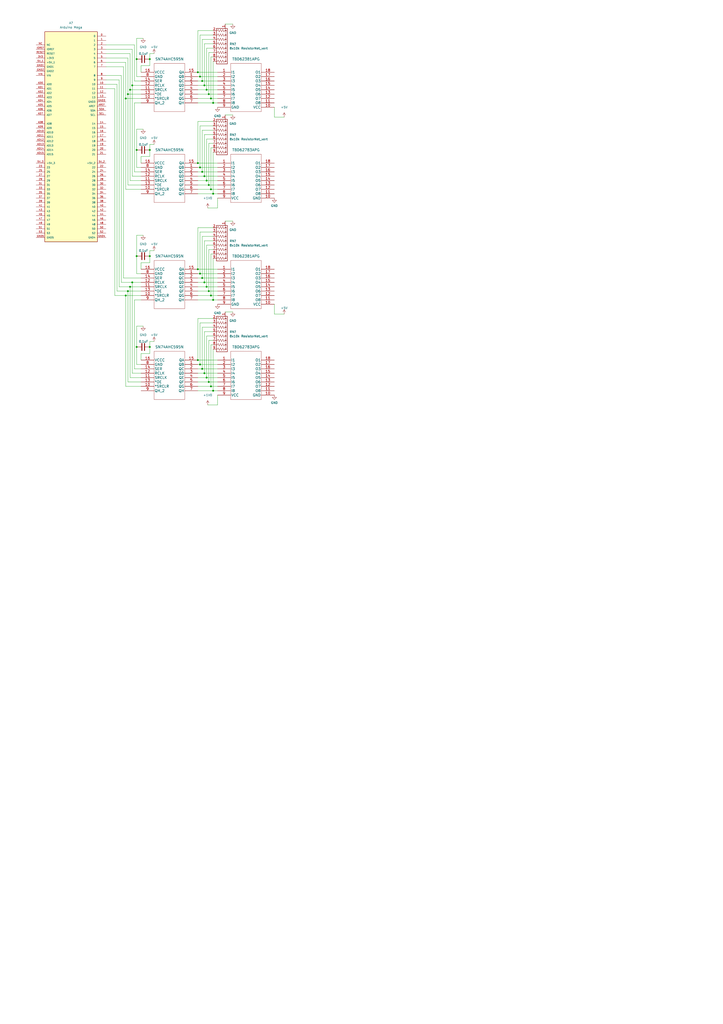
<source format=kicad_sch>
(kicad_sch (version 20211123) (generator eeschema)
  (paper "A2" portrait)
  (lib_symbols
    (symbol "Device:C" (pin_numbers hide) (pin_names (offset 0.254))
      (property "Reference" "C" (at 0.635 2.54 0))
      (property "Value" "C" (at 0.635 -2.54 0))
      (symbol "C_0_1"
        (polyline (pts (xy -2.032 -0.762) (xy 2.032 -0.762)) (stroke (width 0.508)))
        (polyline (pts (xy -2.032 0.762) (xy 2.032 0.762)) (stroke (width 0.508)))
      )
      (symbol "C_1_1"
        (pin passive line (at 0 3.81 270) (length 2.794) (name "~") (number "1"))
        (pin passive line (at 0 -3.81 90) (length 2.794) (name "~") (number "2"))
      )
    )
    (symbol "Luminator:+12V-24V" (power) (pin_names (offset 0))
      (property "Value" "+12V-24V" (at 0 3.556 0))
      (symbol "+12V-24V_0_1"
        (polyline (pts (xy -0.762 1.27) (xy 0 2.54)))
        (polyline (pts (xy 0 0) (xy 0 2.54)))
        (polyline (pts (xy 0 2.54) (xy 0.762 1.27)))
      )
      (symbol "+12V-24V_1_1"
        (pin power_in line (at 0 0 90) (length 0) hide (name "+1V0") (number "1"))
      )
    )
    (symbol "Luminator:8xResistorNet_vert" (pin_names (offset 0) hide)
      (property "Reference" "RN" (at 10.16 0.635 0))
      (property "Value" "8xResistorNet_vert" (at 17.78 -1.905 0))
      (symbol "8xResistorNet_vert_0_1"
        (polyline (pts (xy 6.985 1.27) (xy 7.366 0)))
        (polyline (pts (xy 7.366 0) (xy 7.366 -17.78)))
        (polyline (pts (xy 7.366 -17.78) (xy 6.604 -17.78) (xy 6.2484 -18.542) (xy 5.588 -17.018) (xy 4.9276 -18.542) (xy 4.2418 -17.018) (xy 3.556 -18.542) (xy 2.8956 -17.018) (xy 2.54 -17.78) (xy 1.27 -17.78)))
        (polyline (pts (xy 7.366 -15.24) (xy 6.604 -15.24) (xy 6.2484 -16.002) (xy 5.588 -14.478) (xy 4.9276 -16.002) (xy 4.2418 -14.478) (xy 3.556 -16.002) (xy 2.8956 -14.478) (xy 2.54 -15.24) (xy 1.27 -15.24)))
        (polyline (pts (xy 7.366 -12.7) (xy 6.604 -12.7) (xy 6.2484 -13.462) (xy 5.588 -11.938) (xy 4.9276 -13.462) (xy 4.2418 -11.938) (xy 3.556 -13.462) (xy 2.8956 -11.938) (xy 2.54 -12.7) (xy 1.27 -12.7)))
        (polyline (pts (xy 7.366 -10.16) (xy 6.604 -10.16) (xy 6.2484 -10.922) (xy 5.588 -9.398) (xy 4.9276 -10.922) (xy 4.2418 -9.398) (xy 3.556 -10.922) (xy 2.8956 -9.398) (xy 2.54 -10.16) (xy 1.27 -10.16)))
        (polyline (pts (xy 7.366 -7.62) (xy 6.604 -7.62) (xy 6.2484 -8.382) (xy 5.588 -6.858) (xy 4.9276 -8.382) (xy 4.2418 -6.858) (xy 3.556 -8.382) (xy 2.8956 -6.858) (xy 2.54 -7.62) (xy 1.27 -7.62)))
        (polyline (pts (xy 7.366 -5.08) (xy 6.604 -5.08) (xy 6.2484 -5.842) (xy 5.588 -4.318) (xy 4.9276 -5.842) (xy 4.2418 -4.318) (xy 3.556 -5.842) (xy 2.8956 -4.318) (xy 2.54 -5.08) (xy 1.27 -5.08)))
        (polyline (pts (xy 7.366 -2.54) (xy 6.604 -2.54) (xy 6.2484 -3.302) (xy 5.588 -1.778) (xy 4.9276 -3.302) (xy 4.2418 -1.778) (xy 3.556 -3.302) (xy 2.8956 -1.778) (xy 2.54 -2.54) (xy 1.27 -2.54)))
        (polyline (pts (xy 7.366 0) (xy 6.604 0) (xy 6.2484 -0.762) (xy 5.588 0.762) (xy 4.9276 -0.762) (xy 4.2418 0.762) (xy 3.556 -0.762) (xy 2.8956 0.762) (xy 2.54 0) (xy 1.27 0)))
        (rectangle (start 1.905 1.27) (end 8.255 -19.304) (stroke (width 0.254)))
        (circle (center 7.366 -17.78) (radius 0.254) (fill (type outline)))
        (circle (center 7.366 -15.24) (radius 0.254) (fill (type outline)))
        (circle (center 7.366 -12.7) (radius 0.254) (fill (type outline)))
        (circle (center 7.366 -10.16) (radius 0.254) (fill (type outline)))
        (circle (center 7.366 -7.62) (radius 0.254) (fill (type outline)))
        (circle (center 7.366 -5.08) (radius 0.254) (fill (type outline)))
        (circle (center 7.366 -2.54) (radius 0.254) (fill (type outline)))
        (circle (center 7.366 0) (radius 0.254) (fill (type outline)))
      )
      (symbol "8xResistorNet_vert_1_1"
        (pin passive line (at 6.985 3.81 270) (length 2.54) (name "common") (number "1"))
        (pin passive line (at 0 0 0) (length 1.27) (name "R1") (number "2"))
        (pin passive line (at 0 -2.54 0) (length 1.27) (name "R2") (number "3"))
        (pin passive line (at 0 -5.08 0) (length 1.27) (name "R3") (number "4"))
        (pin passive line (at 0 -7.62 0) (length 1.27) (name "R4") (number "5"))
        (pin passive line (at 0 -10.16 0) (length 1.27) (name "R5") (number "6"))
        (pin passive line (at 0 -12.7 0) (length 1.27) (name "R6") (number "7"))
        (pin passive line (at 0 -15.24 0) (length 1.27) (name "R7") (number "8"))
        (pin passive line (at 0 -17.78 0) (length 1.27) (name "R8") (number "9"))
      )
    )
    (symbol "Luminator:Arduino Mega" (pin_names (offset 1.016))
      (property "Reference" "A" (at -15.24 61.595 0))
      (property "Value" "Arduino Mega" (at -15.24 -63.5 0))
      (symbol "Arduino Mega_0_0"
        (rectangle (start 15.24 -60.96) (end -15.24 60.96) (stroke (width 0.254)) (fill (type background)))
        (pin passive line (at 20.32 58.42 180) (length 5.08) (name "0") (number "0"))
        (pin passive line (at 20.32 55.88 180) (length 5.08) (name "1") (number "1"))
        (pin passive line (at 20.32 30.48 180) (length 5.08) (name "10") (number "10"))
        (pin passive line (at 20.32 27.94 180) (length 5.08) (name "11") (number "11"))
        (pin passive line (at 20.32 25.4 180) (length 5.08) (name "12") (number "12"))
        (pin passive line (at 20.32 22.86 180) (length 5.08) (name "13") (number "13"))
        (pin passive line (at 20.32 7.62 180) (length 5.08) (name "14") (number "14"))
        (pin passive line (at 20.32 5.08 180) (length 5.08) (name "15") (number "15"))
        (pin passive line (at 20.32 2.54 180) (length 5.08) (name "16") (number "16"))
        (pin passive line (at 20.32 0 180) (length 5.08) (name "17") (number "17"))
        (pin passive line (at 20.32 -2.54 180) (length 5.08) (name "18") (number "18"))
        (pin passive line (at 20.32 -5.08 180) (length 5.08) (name "19") (number "19"))
        (pin passive line (at 20.32 53.34 180) (length 5.08) (name "2") (number "2"))
        (pin passive line (at 20.32 -7.62 180) (length 5.08) (name "20") (number "20"))
        (pin passive line (at 20.32 -10.16 180) (length 5.08) (name "21") (number "21"))
        (pin passive line (at 20.32 -17.78 180) (length 5.08) (name "22") (number "22"))
        (pin passive line (at -20.32 -17.78 0) (length 5.08) (name "23") (number "23"))
        (pin passive line (at 20.32 -20.32 180) (length 5.08) (name "24") (number "24"))
        (pin passive line (at -20.32 -20.32 0) (length 5.08) (name "25") (number "25"))
        (pin passive line (at 20.32 -22.86 180) (length 5.08) (name "26") (number "26"))
        (pin passive line (at -20.32 -22.86 0) (length 5.08) (name "27") (number "27"))
        (pin passive line (at 20.32 -25.4 180) (length 5.08) (name "28") (number "28"))
        (pin passive line (at -20.32 -25.4 0) (length 5.08) (name "29") (number "29"))
        (pin passive line (at 20.32 50.8 180) (length 5.08) (name "3") (number "3"))
        (pin passive line (at 20.32 -27.94 180) (length 5.08) (name "30") (number "30"))
        (pin passive line (at -20.32 -27.94 0) (length 5.08) (name "31") (number "31"))
        (pin passive line (at 20.32 -30.48 180) (length 5.08) (name "32") (number "32"))
        (pin passive line (at -20.32 -30.48 0) (length 5.08) (name "33") (number "33"))
        (pin passive line (at 20.32 -33.02 180) (length 5.08) (name "34") (number "34"))
        (pin passive line (at -20.32 -33.02 0) (length 5.08) (name "35") (number "35"))
        (pin passive line (at 20.32 -35.56 180) (length 5.08) (name "36") (number "36"))
        (pin passive line (at -20.32 -35.56 0) (length 5.08) (name "37") (number "37"))
        (pin passive line (at 20.32 -38.1 180) (length 5.08) (name "38") (number "38"))
        (pin passive line (at -20.32 -38.1 0) (length 5.08) (name "39") (number "39"))
        (pin passive line (at -20.32 45.72 0) (length 5.08) (name "+3V3") (number "3V3"))
        (pin passive line (at 20.32 48.26 180) (length 5.08) (name "4") (number "4"))
        (pin passive line (at 20.32 -40.64 180) (length 5.08) (name "40") (number "40"))
        (pin passive line (at -20.32 -40.64 0) (length 5.08) (name "41") (number "41"))
        (pin passive line (at 20.32 -43.18 180) (length 5.08) (name "42") (number "42"))
        (pin passive line (at -20.32 -43.18 0) (length 5.08) (name "43") (number "43"))
        (pin passive line (at 20.32 -45.72 180) (length 5.08) (name "44") (number "44"))
        (pin passive line (at -20.32 -45.72 0) (length 5.08) (name "45") (number "45"))
        (pin passive line (at 20.32 -48.26 180) (length 5.08) (name "46") (number "46"))
        (pin passive line (at -20.32 -48.26 0) (length 5.08) (name "47") (number "47"))
        (pin passive line (at 20.32 -50.8 180) (length 5.08) (name "48") (number "48"))
        (pin passive line (at -20.32 -50.8 0) (length 5.08) (name "49") (number "49"))
        (pin passive line (at 20.32 45.72 180) (length 5.08) (name "5") (number "5"))
        (pin passive line (at 20.32 -53.34 180) (length 5.08) (name "50") (number "50"))
        (pin passive line (at -20.32 -53.34 0) (length 5.08) (name "51") (number "51"))
        (pin passive line (at 20.32 -55.88 180) (length 5.08) (name "52") (number "52"))
        (pin passive line (at -20.32 -55.88 0) (length 5.08) (name "53") (number "53"))
        (pin passive line (at -20.32 43.18 0) (length 5.08) (name "+5V_1") (number "5V_1"))
        (pin passive line (at 20.32 -15.24 180) (length 5.08) (name "+5V_2") (number "5V_2"))
        (pin passive line (at -20.32 -15.24 0) (length 5.08) (name "+5V_3") (number "5V_3"))
        (pin passive line (at 20.32 43.18 180) (length 5.08) (name "6") (number "6"))
        (pin passive line (at 20.32 40.64 180) (length 5.08) (name "7") (number "7"))
        (pin passive line (at 20.32 35.56 180) (length 5.08) (name "8") (number "8"))
        (pin passive line (at 20.32 33.02 180) (length 5.08) (name "9") (number "9"))
        (pin passive line (at -20.32 30.48 0) (length 5.08) (name "AD0") (number "AD0"))
        (pin passive line (at -20.32 27.94 0) (length 5.08) (name "AD1") (number "AD1"))
        (pin passive line (at -20.32 2.54 0) (length 5.08) (name "AD10") (number "AD10"))
        (pin passive line (at -20.32 0 0) (length 5.08) (name "AD11") (number "AD11"))
        (pin passive line (at -20.32 -2.54 0) (length 5.08) (name "AD12") (number "AD12"))
        (pin passive line (at -20.32 -5.08 0) (length 5.08) (name "AD13") (number "AD13"))
        (pin passive line (at -20.32 -7.62 0) (length 5.08) (name "AD14") (number "AD14"))
        (pin passive line (at -20.32 -10.16 0) (length 5.08) (name "AD15") (number "AD15"))
        (pin passive line (at -20.32 25.4 0) (length 5.08) (name "AD2") (number "AD2"))
        (pin passive line (at -20.32 22.86 0) (length 5.08) (name "AD3") (number "AD3"))
        (pin passive line (at -20.32 20.32 0) (length 5.08) (name "AD4") (number "AD4"))
        (pin passive line (at -20.32 17.78 0) (length 5.08) (name "AD5") (number "AD5"))
        (pin passive line (at -20.32 15.24 0) (length 5.08) (name "AD6") (number "AD6"))
        (pin passive line (at -20.32 12.7 0) (length 5.08) (name "AD7") (number "AD7"))
        (pin passive line (at -20.32 7.62 0) (length 5.08) (name "AD8") (number "AD8"))
        (pin passive line (at -20.32 5.08 0) (length 5.08) (name "AD9") (number "AD9"))
        (pin passive line (at 20.32 17.78 180) (length 5.08) (name "AREF") (number "AREF"))
        (pin passive line (at -20.32 40.64 0) (length 5.08) (name "GND1") (number "GND1"))
        (pin passive line (at -20.32 38.1 0) (length 5.08) (name "GND2") (number "GND2"))
        (pin passive line (at 20.32 20.32 180) (length 5.08) (name "GND3") (number "GND3"))
        (pin passive line (at 20.32 -58.42 180) (length 5.08) (name "GND4") (number "GND4"))
        (pin passive line (at -20.32 -58.42 0) (length 5.08) (name "GND5") (number "GND5"))
        (pin passive line (at -20.32 50.8 0) (length 5.08) (name "IOREF") (number "IOREF"))
        (pin passive line (at -20.32 53.34 0) (length 5.08) (name "NC") (number "NC"))
        (pin passive line (at -20.32 48.26 0) (length 5.08) (name "RESET") (number "RESET"))
        (pin passive line (at 20.32 12.7 180) (length 5.08) (name "SCL") (number "SCL"))
        (pin passive line (at 20.32 15.24 180) (length 5.08) (name "SDA") (number "SDA"))
        (pin passive line (at -20.32 35.56 0) (length 5.08) (name "VIN") (number "VIN"))
      )
    )
    (symbol "Luminator:SN74AHC595N" (pin_names (offset 0.254))
      (property "Value" "SN74AHC595N" (at 31.75 2.54 0))
      (symbol "SN74AHC595N_1_1"
        (polyline (pts (xy 22.86 -22.86) (xy 22.86 5.08)) (stroke (width 0.127)))
        (polyline (pts (xy 22.86 5.08) (xy 40.64 5.08)) (stroke (width 0.127)))
        (polyline (pts (xy 40.64 -22.86) (xy 22.86 -22.86)) (stroke (width 0.127)))
        (polyline (pts (xy 40.64 5.08) (xy 40.64 -22.86)) (stroke (width 0.127)))
        (pin output line (at 48.26 -2.54 180) (length 7.62) (name "QB") (number "1"))
        (pin input line (at 15.24 -15.24 0) (length 7.62) (name "*SRCLR") (number "10"))
        (pin input line (at 15.24 -10.16 0) (length 7.62) (name "SRCLK") (number "11"))
        (pin input line (at 15.24 -7.62 0) (length 7.62) (name "RCLK") (number "12"))
        (pin input line (at 15.24 -12.7 0) (length 7.62) (name "*OE") (number "13"))
        (pin input line (at 15.24 -5.08 0) (length 7.62) (name "SER") (number "14"))
        (pin output line (at 48.26 0 180) (length 7.62) (name "QA") (number "15"))
        (pin power_in line (at 15.24 0 0) (length 7.62) (name "VCCC") (number "16"))
        (pin output line (at 48.26 -5.08 180) (length 7.62) (name "QC") (number "2"))
        (pin output line (at 48.26 -7.62 180) (length 7.62) (name "QD") (number "3"))
        (pin output line (at 48.26 -10.16 180) (length 7.62) (name "QE") (number "4"))
        (pin output line (at 48.26 -12.7 180) (length 7.62) (name "QF") (number "5"))
        (pin output line (at 48.26 -15.24 180) (length 7.62) (name "QG") (number "6"))
        (pin output line (at 48.26 -17.78 180) (length 7.62) (name "QH") (number "7"))
        (pin power_in line (at 15.24 -2.54 0) (length 7.62) (name "GND") (number "8"))
        (pin output line (at 15.24 -17.78 0) (length 7.62) (name "QH_2") (number "9"))
      )
    )
    (symbol "Luminator:TBD62381APG" (pin_names (offset 0.254))
      (property "Value" "TBD62381APG" (at 16.51 2.54 0))
      (symbol "TBD62381APG_1_1"
        (polyline (pts (xy 7.62 -22.86) (xy 25.4 -22.86)) (stroke (width 0.127)))
        (polyline (pts (xy 7.62 5.08) (xy 7.62 -22.86)) (stroke (width 0.127)))
        (polyline (pts (xy 25.4 -22.86) (xy 25.4 5.08)) (stroke (width 0.127)))
        (polyline (pts (xy 25.4 5.08) (xy 7.62 5.08)) (stroke (width 0.127)))
        (pin input line (at 0 0 0) (length 7.62) (name "I1") (number "1"))
        (pin power_in line (at 33.02 -20.32 180) (length 7.62) (name "VCC") (number "10"))
        (pin output line (at 33.02 -17.78 180) (length 7.62) (name "O8") (number "11"))
        (pin output line (at 33.02 -15.24 180) (length 7.62) (name "O7") (number "12"))
        (pin output line (at 33.02 -12.7 180) (length 7.62) (name "O6") (number "13"))
        (pin output line (at 33.02 -10.16 180) (length 7.62) (name "O5") (number "14"))
        (pin output line (at 33.02 -7.62 180) (length 7.62) (name "O4") (number "15"))
        (pin output line (at 33.02 -5.08 180) (length 7.62) (name "O3") (number "16"))
        (pin output line (at 33.02 -2.54 180) (length 7.62) (name "O2") (number "17"))
        (pin output line (at 33.02 0 180) (length 7.62) (name "O1") (number "18"))
        (pin input line (at 0 -2.54 0) (length 7.62) (name "I2") (number "2"))
        (pin input line (at 0 -5.08 0) (length 7.62) (name "I3") (number "3"))
        (pin input line (at 0 -7.62 0) (length 7.62) (name "I4") (number "4"))
        (pin input line (at 0 -10.16 0) (length 7.62) (name "I5") (number "5"))
        (pin input line (at 0 -12.7 0) (length 7.62) (name "I6") (number "6"))
        (pin input line (at 0 -15.24 0) (length 7.62) (name "I7") (number "7"))
        (pin input line (at 0 -17.78 0) (length 7.62) (name "I8") (number "8"))
        (pin power_in line (at 0 -20.32 0) (length 7.62) (name "GND") (number "9"))
      )
    )
    (symbol "Luminator:TBD62783APG" (pin_names (offset 0.254))
      (property "Value" "TBD62783APG" (at 16.51 2.54 0))
      (symbol "TBD62783APG_1_1"
        (polyline (pts (xy 7.62 -22.86) (xy 25.4 -22.86)) (stroke (width 0.127)))
        (polyline (pts (xy 7.62 5.08) (xy 7.62 -22.86)) (stroke (width 0.127)))
        (polyline (pts (xy 25.4 -22.86) (xy 25.4 5.08)) (stroke (width 0.127)))
        (polyline (pts (xy 25.4 5.08) (xy 7.62 5.08)) (stroke (width 0.127)))
        (pin input line (at 0 0 0) (length 7.62) (name "I1") (number "1"))
        (pin power_in line (at 33.02 -20.32 180) (length 7.62) (name "GND") (number "10"))
        (pin output line (at 33.02 -17.78 180) (length 7.62) (name "O8") (number "11"))
        (pin output line (at 33.02 -15.24 180) (length 7.62) (name "O7") (number "12"))
        (pin output line (at 33.02 -12.7 180) (length 7.62) (name "O6") (number "13"))
        (pin output line (at 33.02 -10.16 180) (length 7.62) (name "O5") (number "14"))
        (pin output line (at 33.02 -7.62 180) (length 7.62) (name "O4") (number "15"))
        (pin output line (at 33.02 -5.08 180) (length 7.62) (name "O3") (number "16"))
        (pin output line (at 33.02 -2.54 180) (length 7.62) (name "O2") (number "17"))
        (pin output line (at 33.02 0 180) (length 7.62) (name "O1") (number "18"))
        (pin input line (at 0 -2.54 0) (length 7.62) (name "I2") (number "2"))
        (pin input line (at 0 -5.08 0) (length 7.62) (name "I3") (number "3"))
        (pin input line (at 0 -7.62 0) (length 7.62) (name "I4") (number "4"))
        (pin input line (at 0 -10.16 0) (length 7.62) (name "I5") (number "5"))
        (pin input line (at 0 -12.7 0) (length 7.62) (name "I6") (number "6"))
        (pin input line (at 0 -15.24 0) (length 7.62) (name "I7") (number "7"))
        (pin input line (at 0 -17.78 0) (length 7.62) (name "I8") (number "8"))
        (pin power_in line (at 0 -20.32 0) (length 7.62) (name "VCC") (number "9"))
      )
    )
    (symbol "power:+5V" (power) (pin_names (offset 0))
      (property "Value" "+5V" (at 0 3.556 0))
      (symbol "+5V_0_1"
        (polyline (pts (xy -0.762 1.27) (xy 0 2.54)))
        (polyline (pts (xy 0 0) (xy 0 2.54)))
        (polyline (pts (xy 0 2.54) (xy 0.762 1.27)))
      )
      (symbol "+5V_1_1"
        (pin power_in line (at 0 0 90) (length 0) hide (name "+5V") (number "1"))
      )
    )
    (symbol "power:GND" (power) (pin_names (offset 0))
      (property "Value" "GND" (at 0 -3.81 0))
      (symbol "GND_0_1"
        (polyline (pts (xy 0 0) (xy 0 -1.27) (xy 1.27 -1.27) (xy 0 -2.54) (xy -1.27 -1.27) (xy 0 -1.27)))
      )
      (symbol "GND_1_1"
        (pin power_in line (at 0 0 270) (length 0) hide (name "GND") (number "1"))
      )
    )
  )
  (junction (at 114.935 94.615))
  (junction (at 122.555 224.155))
  (junction (at 76.835 49.53))
  (junction (at 122.555 109.855))
  (junction (at 123.825 112.395))
  (junction (at 120.015 166.37))
  (junction (at 79.375 86.995))
  (junction (at 116.205 211.455))
  (junction (at 117.475 213.995))
  (junction (at 120.015 104.775))
  (junction (at 114.935 41.91))
  (junction (at 118.745 216.535))
  (junction (at 118.745 102.235))
  (junction (at 76.835 163.83))
  (junction (at 79.375 34.29))
  (junction (at 75.565 52.07))
  (junction (at 114.935 156.21))
  (junction (at 74.295 54.61))
  (junction (at 114.935 208.915))
  (junction (at 86.995 148.59))
  (junction (at 79.375 148.59))
  (junction (at 86.995 201.295))
  (junction (at 118.745 49.53))
  (junction (at 73.025 57.15))
  (junction (at 73.025 171.45))
  (junction (at 121.285 168.91))
  (junction (at 116.205 44.45))
  (junction (at 122.555 57.15))
  (junction (at 120.015 219.075))
  (junction (at 75.565 166.37))
  (junction (at 116.205 158.75))
  (junction (at 79.375 201.295))
  (junction (at 122.555 171.45))
  (junction (at 117.475 99.695))
  (junction (at 86.995 86.995))
  (junction (at 123.825 59.69))
  (junction (at 123.825 173.99))
  (junction (at 123.825 226.695))
  (junction (at 117.475 46.99))
  (junction (at 120.015 52.07))
  (junction (at 116.205 97.155))
  (junction (at 86.995 34.29))
  (junction (at 121.285 54.61))
  (junction (at 118.745 163.83))
  (junction (at 121.285 221.615))
  (junction (at 121.285 107.315))
  (junction (at 117.475 161.29))
  (junction (at 74.295 168.91))
  (wire (pts (xy 118.745 163.83) (xy 126.365 163.83)))
  (wire (pts (xy 114.935 94.615) (xy 114.935 70.485)))
  (wire (pts (xy 86.995 86.995) (xy 86.995 83.82)))
  (wire (pts (xy 126.365 234.95) (xy 126.365 229.235)))
  (wire (pts (xy 114.935 41.91) (xy 114.935 17.78)))
  (wire (pts (xy 86.995 83.82) (xy 89.535 83.82)))
  (wire (pts (xy 74.295 107.315) (xy 81.915 107.315)))
  (wire (pts (xy 118.745 216.535) (xy 118.745 192.405)))
  (wire (pts (xy 114.935 166.37) (xy 120.015 166.37)))
  (wire (pts (xy 81.915 211.455) (xy 79.375 211.455)))
  (wire (pts (xy 120.015 104.775) (xy 120.015 80.645)))
  (wire (pts (xy 83.185 189.23) (xy 79.375 189.23)))
  (wire (pts (xy 120.015 142.24) (xy 123.825 142.24)))
  (wire (pts (xy 117.475 99.695) (xy 126.365 99.695)))
  (wire (pts (xy 81.915 38.1) (xy 86.995 38.1)))
  (wire (pts (xy 117.475 161.29) (xy 126.365 161.29)))
  (wire (pts (xy 79.375 136.525) (xy 79.375 148.59)))
  (wire (pts (xy 61.595 43.815) (xy 70.485 43.815)))
  (wire (pts (xy 114.935 158.75) (xy 116.205 158.75)))
  (wire (pts (xy 61.595 36.195) (xy 73.025 36.195)))
  (wire (pts (xy 114.935 104.775) (xy 120.015 104.775)))
  (wire (pts (xy 120.015 27.94) (xy 123.825 27.94)))
  (wire (pts (xy 114.935 41.91) (xy 126.365 41.91)))
  (wire (pts (xy 114.935 94.615) (xy 126.365 94.615)))
  (wire (pts (xy 120.65 234.95) (xy 126.365 234.95)))
  (wire (pts (xy 123.825 88.265) (xy 123.825 112.395)))
  (wire (pts (xy 74.295 168.91) (xy 74.295 221.615)))
  (wire (pts (xy 114.935 57.15) (xy 122.555 57.15)))
  (wire (pts (xy 122.555 147.32) (xy 122.555 171.45)))
  (wire (pts (xy 69.215 46.355) (xy 69.215 166.37)))
  (wire (pts (xy 61.595 26.035) (xy 78.105 26.035)))
  (wire (pts (xy 121.285 54.61) (xy 121.285 30.48)))
  (wire (pts (xy 81.915 205.105) (xy 86.995 205.105)))
  (wire (pts (xy 71.755 38.735) (xy 71.755 161.29)))
  (wire (pts (xy 83.185 74.93) (xy 79.375 74.93)))
  (wire (pts (xy 61.595 31.115) (xy 75.565 31.115)))
  (wire (pts (xy 120.015 166.37) (xy 126.365 166.37)))
  (wire (pts (xy 118.745 25.4) (xy 123.825 25.4)))
  (wire (pts (xy 116.205 73.025) (xy 123.825 73.025)))
  (wire (pts (xy 117.475 46.99) (xy 117.475 22.86)))
  (wire (pts (xy 114.935 211.455) (xy 116.205 211.455)))
  (wire (pts (xy 114.935 224.155) (xy 122.555 224.155)))
  (wire (pts (xy 118.745 49.53) (xy 126.365 49.53)))
  (wire (pts (xy 123.825 173.99) (xy 126.365 173.99)))
  (wire (pts (xy 66.675 51.435) (xy 66.675 171.45)))
  (wire (pts (xy 116.205 211.455) (xy 116.205 187.325)))
  (wire (pts (xy 118.745 102.235) (xy 126.365 102.235)))
  (wire (pts (xy 123.825 59.69) (xy 126.365 59.69)))
  (wire (pts (xy 117.475 46.99) (xy 126.365 46.99)))
  (wire (pts (xy 114.935 208.915) (xy 126.365 208.915)))
  (wire (pts (xy 76.835 49.53) (xy 76.835 102.235)))
  (wire (pts (xy 81.915 208.915) (xy 81.915 205.105)))
  (wire (pts (xy 76.835 102.235) (xy 81.915 102.235)))
  (wire (pts (xy 116.205 134.62) (xy 123.825 134.62)))
  (wire (pts (xy 121.285 168.91) (xy 121.285 144.78)))
  (wire (pts (xy 75.565 166.37) (xy 75.565 219.075)))
  (wire (pts (xy 70.485 163.83) (xy 76.835 163.83)))
  (wire (pts (xy 130.81 180.975) (xy 135.255 180.975)))
  (wire (pts (xy 114.935 59.69) (xy 123.825 59.69)))
  (wire (pts (xy 114.935 221.615) (xy 121.285 221.615)))
  (wire (pts (xy 122.555 57.15) (xy 126.365 57.15)))
  (wire (pts (xy 123.825 112.395) (xy 126.365 112.395)))
  (wire (pts (xy 83.185 22.225) (xy 79.375 22.225)))
  (wire (pts (xy 121.285 107.315) (xy 121.285 83.185)))
  (wire (pts (xy 75.565 52.07) (xy 75.565 104.775)))
  (wire (pts (xy 70.485 43.815) (xy 70.485 163.83)))
  (wire (pts (xy 121.285 107.315) (xy 126.365 107.315)))
  (wire (pts (xy 114.935 216.535) (xy 118.745 216.535)))
  (wire (pts (xy 114.935 156.21) (xy 114.935 132.08)))
  (wire (pts (xy 73.025 171.45) (xy 73.025 224.155)))
  (wire (pts (xy 117.475 213.995) (xy 126.365 213.995)))
  (wire (pts (xy 114.935 97.155) (xy 116.205 97.155)))
  (wire (pts (xy 118.745 216.535) (xy 126.365 216.535)))
  (wire (pts (xy 117.475 22.86) (xy 123.825 22.86)))
  (wire (pts (xy 79.375 86.995) (xy 79.375 97.155)))
  (wire (pts (xy 86.995 148.59) (xy 86.995 145.415)))
  (wire (pts (xy 130.81 66.675) (xy 135.255 66.675)))
  (wire (pts (xy 114.935 156.21) (xy 126.365 156.21)))
  (wire (pts (xy 116.205 44.45) (xy 116.205 20.32)))
  (wire (pts (xy 67.945 48.895) (xy 67.945 168.91)))
  (wire (pts (xy 61.595 38.735) (xy 71.755 38.735)))
  (wire (pts (xy 120.015 166.37) (xy 120.015 142.24)))
  (wire (pts (xy 123.825 33.02) (xy 122.555 33.02)))
  (wire (pts (xy 118.745 163.83) (xy 118.745 139.7)))
  (wire (pts (xy 78.105 213.995) (xy 81.915 213.995)))
  (wire (pts (xy 79.375 74.93) (xy 79.375 86.995)))
  (wire (pts (xy 118.745 102.235) (xy 118.745 78.105)))
  (wire (pts (xy 116.205 187.325) (xy 123.825 187.325)))
  (wire (pts (xy 121.285 197.485) (xy 123.825 197.485)))
  (wire (pts (xy 74.295 54.61) (xy 81.915 54.61)))
  (wire (pts (xy 86.995 152.4) (xy 86.995 148.59)))
  (wire (pts (xy 79.375 189.23) (xy 79.375 201.295)))
  (wire (pts (xy 79.375 34.29) (xy 79.375 44.45)))
  (wire (pts (xy 114.935 163.83) (xy 118.745 163.83)))
  (wire (pts (xy 117.475 161.29) (xy 117.475 137.16)))
  (wire (pts (xy 114.935 17.78) (xy 123.825 17.78)))
  (wire (pts (xy 120.015 80.645) (xy 123.825 80.645)))
  (wire (pts (xy 74.295 33.655) (xy 74.295 54.61)))
  (wire (pts (xy 121.285 221.615) (xy 126.365 221.615)))
  (wire (pts (xy 78.105 173.99) (xy 78.105 213.995)))
  (wire (pts (xy 71.755 161.29) (xy 81.915 161.29)))
  (wire (pts (xy 159.385 62.23) (xy 159.385 67.945)))
  (wire (pts (xy 116.205 97.155) (xy 116.205 73.025)))
  (wire (pts (xy 121.285 54.61) (xy 126.365 54.61)))
  (wire (pts (xy 114.935 107.315) (xy 121.285 107.315)))
  (wire (pts (xy 117.475 213.995) (xy 117.475 189.865)))
  (wire (pts (xy 114.935 109.855) (xy 122.555 109.855)))
  (wire (pts (xy 114.935 52.07) (xy 120.015 52.07)))
  (wire (pts (xy 114.935 112.395) (xy 123.825 112.395)))
  (wire (pts (xy 79.375 148.59) (xy 79.375 158.75)))
  (wire (pts (xy 114.935 132.08) (xy 123.825 132.08)))
  (wire (pts (xy 86.995 38.1) (xy 86.995 34.29)))
  (wire (pts (xy 123.825 202.565) (xy 123.825 226.695)))
  (wire (pts (xy 114.935 213.995) (xy 117.475 213.995)))
  (wire (pts (xy 116.205 158.75) (xy 126.365 158.75)))
  (wire (pts (xy 114.935 44.45) (xy 116.205 44.45)))
  (wire (pts (xy 159.385 176.53) (xy 159.385 182.245)))
  (wire (pts (xy 69.215 166.37) (xy 75.565 166.37)))
  (wire (pts (xy 123.825 35.56) (xy 123.825 59.69)))
  (wire (pts (xy 78.105 59.69) (xy 78.105 99.695)))
  (wire (pts (xy 114.935 102.235) (xy 118.745 102.235)))
  (wire (pts (xy 61.595 46.355) (xy 69.215 46.355)))
  (wire (pts (xy 86.995 201.295) (xy 86.995 198.12)))
  (wire (pts (xy 75.565 219.075) (xy 81.915 219.075)))
  (wire (pts (xy 117.475 75.565) (xy 123.825 75.565)))
  (wire (pts (xy 73.025 57.15) (xy 73.025 109.855)))
  (wire (pts (xy 61.595 33.655) (xy 74.295 33.655)))
  (wire (pts (xy 81.915 94.615) (xy 81.915 90.805)))
  (wire (pts (xy 78.105 99.695) (xy 81.915 99.695)))
  (wire (pts (xy 114.935 54.61) (xy 121.285 54.61)))
  (wire (pts (xy 114.935 226.695) (xy 123.825 226.695)))
  (wire (pts (xy 122.555 33.02) (xy 122.555 57.15)))
  (wire (pts (xy 130.81 13.97) (xy 135.255 13.97)))
  (wire (pts (xy 118.745 49.53) (xy 118.745 25.4)))
  (wire (pts (xy 76.835 163.83) (xy 76.835 216.535)))
  (wire (pts (xy 114.935 173.99) (xy 123.825 173.99)))
  (wire (pts (xy 123.825 85.725) (xy 122.555 85.725)))
  (wire (pts (xy 74.295 168.91) (xy 81.915 168.91)))
  (wire (pts (xy 159.385 182.245) (xy 165.1 182.245)))
  (wire (pts (xy 81.915 59.69) (xy 78.105 59.69)))
  (wire (pts (xy 67.945 168.91) (xy 74.295 168.91)))
  (wire (pts (xy 81.915 44.45) (xy 79.375 44.45)))
  (wire (pts (xy 78.105 46.99) (xy 81.915 46.99)))
  (wire (pts (xy 120.015 219.075) (xy 120.015 194.945)))
  (wire (pts (xy 117.475 99.695) (xy 117.475 75.565)))
  (wire (pts (xy 117.475 137.16) (xy 123.825 137.16)))
  (wire (pts (xy 123.825 200.025) (xy 122.555 200.025)))
  (wire (pts (xy 81.915 41.91) (xy 81.915 38.1)))
  (wire (pts (xy 86.995 90.805) (xy 86.995 86.995)))
  (wire (pts (xy 114.935 171.45) (xy 122.555 171.45)))
  (wire (pts (xy 73.025 109.855) (xy 81.915 109.855)))
  (wire (pts (xy 118.745 139.7) (xy 123.825 139.7)))
  (wire (pts (xy 81.915 90.805) (xy 86.995 90.805)))
  (wire (pts (xy 120.015 52.07) (xy 126.365 52.07)))
  (wire (pts (xy 114.935 161.29) (xy 117.475 161.29)))
  (wire (pts (xy 116.205 158.75) (xy 116.205 134.62)))
  (wire (pts (xy 123.825 149.86) (xy 123.825 173.99)))
  (wire (pts (xy 79.375 22.225) (xy 79.375 34.29)))
  (wire (pts (xy 120.015 194.945) (xy 123.825 194.945)))
  (wire (pts (xy 73.025 36.195) (xy 73.025 57.15)))
  (wire (pts (xy 121.285 221.615) (xy 121.285 197.485)))
  (wire (pts (xy 75.565 104.775) (xy 81.915 104.775)))
  (wire (pts (xy 81.915 152.4) (xy 86.995 152.4)))
  (wire (pts (xy 126.365 120.65) (xy 126.365 114.935)))
  (wire (pts (xy 81.915 158.75) (xy 79.375 158.75)))
  (wire (pts (xy 81.915 97.155) (xy 79.375 97.155)))
  (wire (pts (xy 61.595 28.575) (xy 76.835 28.575)))
  (wire (pts (xy 120.015 219.075) (xy 126.365 219.075)))
  (wire (pts (xy 66.675 171.45) (xy 73.025 171.45)))
  (wire (pts (xy 120.015 52.07) (xy 120.015 27.94)))
  (wire (pts (xy 79.375 201.295) (xy 79.375 211.455)))
  (wire (pts (xy 61.595 48.895) (xy 67.945 48.895)))
  (wire (pts (xy 74.295 221.615) (xy 81.915 221.615)))
  (wire (pts (xy 159.385 67.945) (xy 165.1 67.945)))
  (wire (pts (xy 118.745 192.405) (xy 123.825 192.405)))
  (wire (pts (xy 120.65 120.65) (xy 126.365 120.65)))
  (wire (pts (xy 120.015 104.775) (xy 126.365 104.775)))
  (wire (pts (xy 123.825 147.32) (xy 122.555 147.32)))
  (wire (pts (xy 86.995 198.12) (xy 89.535 198.12)))
  (wire (pts (xy 75.565 166.37) (xy 81.915 166.37)))
  (wire (pts (xy 86.995 31.115) (xy 89.535 31.115)))
  (wire (pts (xy 121.285 83.185) (xy 123.825 83.185)))
  (wire (pts (xy 114.935 70.485) (xy 123.825 70.485)))
  (wire (pts (xy 75.565 52.07) (xy 81.915 52.07)))
  (wire (pts (xy 121.285 30.48) (xy 123.825 30.48)))
  (wire (pts (xy 114.935 184.785) (xy 123.825 184.785)))
  (wire (pts (xy 122.555 85.725) (xy 122.555 109.855)))
  (wire (pts (xy 118.745 78.105) (xy 123.825 78.105)))
  (wire (pts (xy 114.935 99.695) (xy 117.475 99.695)))
  (wire (pts (xy 81.915 173.99) (xy 78.105 173.99)))
  (wire (pts (xy 81.915 156.21) (xy 81.915 152.4)))
  (wire (pts (xy 114.935 219.075) (xy 120.015 219.075)))
  (wire (pts (xy 116.205 44.45) (xy 126.365 44.45)))
  (wire (pts (xy 122.555 200.025) (xy 122.555 224.155)))
  (wire (pts (xy 123.825 226.695) (xy 126.365 226.695)))
  (wire (pts (xy 114.935 168.91) (xy 121.285 168.91)))
  (wire (pts (xy 76.835 28.575) (xy 76.835 49.53)))
  (wire (pts (xy 86.995 145.415) (xy 89.535 145.415)))
  (wire (pts (xy 114.935 208.915) (xy 114.935 184.785)))
  (wire (pts (xy 121.285 144.78) (xy 123.825 144.78)))
  (wire (pts (xy 86.995 205.105) (xy 86.995 201.295)))
  (wire (pts (xy 121.285 168.91) (xy 126.365 168.91)))
  (wire (pts (xy 86.995 34.29) (xy 86.995 31.115)))
  (wire (pts (xy 73.025 57.15) (xy 81.915 57.15)))
  (wire (pts (xy 122.555 109.855) (xy 126.365 109.855)))
  (wire (pts (xy 116.205 211.455) (xy 126.365 211.455)))
  (wire (pts (xy 61.595 51.435) (xy 66.675 51.435)))
  (wire (pts (xy 117.475 189.865) (xy 123.825 189.865)))
  (wire (pts (xy 74.295 54.61) (xy 74.295 107.315)))
  (wire (pts (xy 122.555 171.45) (xy 126.365 171.45)))
  (wire (pts (xy 73.025 224.155) (xy 81.915 224.155)))
  (wire (pts (xy 76.835 49.53) (xy 81.915 49.53)))
  (wire (pts (xy 130.81 128.27) (xy 135.255 128.27)))
  (wire (pts (xy 73.025 171.45) (xy 81.915 171.45)))
  (wire (pts (xy 114.935 49.53) (xy 118.745 49.53)))
  (wire (pts (xy 78.105 26.035) (xy 78.105 46.99)))
  (wire (pts (xy 76.835 163.83) (xy 81.915 163.83)))
  (wire (pts (xy 116.205 20.32) (xy 123.825 20.32)))
  (wire (pts (xy 116.205 97.155) (xy 126.365 97.155)))
  (wire (pts (xy 83.185 136.525) (xy 79.375 136.525)))
  (wire (pts (xy 122.555 224.155) (xy 126.365 224.155)))
  (wire (pts (xy 114.935 46.99) (xy 117.475 46.99)))
  (wire (pts (xy 76.835 216.535) (xy 81.915 216.535)))
  (wire (pts (xy 75.565 31.115) (xy 75.565 52.07)))
  (symbol (lib_id "Luminator:TBD62783APG") (at 126.365 94.615 0) (unit 1)
    (property "Reference" "U?" (effects hide))
    (property "Value" "TBD62783APG" (at 142.875 86.995 0) (effects (font (size 1.524 1.524))))
    (property "Footprint" "P-DIP18-300-2p54-001_TOS" (effects hide))
  )
  (symbol (lib_id "Luminator:TBD62381APG") (at 126.365 156.21 0) (unit 1)
    (property "Reference" "U?" (effects hide))
    (property "Value" "TBD62381APG" (at 142.875 148.59 0) (effects (font (size 1.524 1.524))))
    (property "Footprint" "P-DIP18-300-2p54-001_TOS" (effects hide))
  )
  (symbol (lib_id "Luminator:SN74AHC595N") (at 66.675 94.615 0) (unit 1)
    (property "Reference" "U?" (effects hide))
    (property "Value" "SN74AHC595N" (at 98.425 86.995 0) (effects (font (size 1.524 1.524))))
    (property "Footprint" "N16" (effects hide))
  )
  (symbol (lib_id "Device:C") (at 83.185 34.29 90) (unit 1)
    (property "Reference" "C?" (effects hide))
    (property "Value" "0.1uF" (at 80.645 31.115 90) (effects (justify right)))
  )
  (symbol (lib_id "Luminator:8xResistorNet_vert") (at 123.825 132.08 0) (unit 1)
    (property "Reference" "RN?" (at 133.35 139.8269 0) (effects (justify left)))
    (property "Value" "8x10k ResistorNet_vert" (at 133.35 142.3669 0) (effects (justify left)))
    (property "Footprint" "Resistor_THT:R_Array_SIP10" (effects hide))
    (property "Datasheet" "http://www.vishay.com/docs/31509/csc.pdf" (effects hide))
  )
  (symbol (lib_id "power:GND") (at 135.255 128.27 0) (unit 1)
    (property "Reference" "#PWR?" (effects hide))
    (property "Value" "GND" (at 135.255 133.35 0))
  )
  (symbol (lib_id "power:GND") (at 83.185 22.225 0) (unit 1)
    (property "Reference" "#PWR?" (effects hide))
    (property "Value" "GND" (at 83.185 27.305 0))
  )
  (symbol (lib_id "Luminator:8xResistorNet_vert") (at 123.825 70.485 0) (unit 1)
    (property "Reference" "RN?" (at 133.35 78.2319 0) (effects (justify left)))
    (property "Value" "8x10k ResistorNet_vert" (at 133.35 80.7719 0) (effects (justify left)))
    (property "Footprint" "Resistor_THT:R_Array_SIP10" (effects hide))
    (property "Datasheet" "http://www.vishay.com/docs/31509/csc.pdf" (effects hide))
  )
  (symbol (lib_id "Luminator:8xResistorNet_vert") (at 123.825 17.78 0) (unit 1)
    (property "Reference" "RN?" (at 133.35 25.5269 0) (effects (justify left)))
    (property "Value" "8x10k ResistorNet_vert" (at 133.35 28.0669 0) (effects (justify left)))
    (property "Footprint" "Resistor_THT:R_Array_SIP10" (effects hide))
    (property "Datasheet" "http://www.vishay.com/docs/31509/csc.pdf" (effects hide))
  )
  (symbol (lib_id "power:GND") (at 126.365 62.23 0) (unit 1)
    (property "Reference" "#PWR?" (effects hide))
    (property "Value" "GND" (at 126.365 67.31 0))
  )
  (symbol (lib_id "Luminator:Arduino Mega") (at 41.275 79.375 0) (unit 1)
    (property "Reference" "A?" (at 41.275 13.335 0))
    (property "Value" "Arduino Mega" (at 41.275 15.875 0))
    (property "Footprint" "ARDUINO_A000067" (effects hide))
    (property "AVAILABILITY" "Unavailable" (effects hide))
    (property "MP" "ARDUINO MEGA2560 REV3 - RETAIL" (effects hide))
    (property "MF" "Arduino" (effects hide))
    (property "DESCRIPTION" "Dev.kit: Arduino; SPI, TWI, UART; ICSP, USB B, pin strips, supply" (effects hide))
    (property "PACKAGE" "None" (effects hide))
    (property "PRICE" "None" (effects hide))
  )
  (symbol (lib_id "power:+5V") (at 165.1 67.945 0) (unit 1)
    (property "Reference" "#PWR?" (effects hide))
    (property "Value" "+5V" (at 165.1 62.23 0))
  )
  (symbol (lib_id "power:+5V") (at 89.535 31.115 0) (unit 1)
    (property "Reference" "#PWR?" (effects hide))
    (property "Value" "+5V" (at 89.535 27.305 0))
  )
  (symbol (lib_id "Luminator:+12V-24V") (at 120.65 120.65 0) (unit 1)
    (property "Reference" "#PWR?" (effects hide))
    (property "Value" "+12V-24V" (at 120.65 114.935 0))
  )
  (symbol (lib_id "Luminator:+12V-24V") (at 120.65 234.95 0) (unit 1)
    (property "Reference" "#PWR?" (effects hide))
    (property "Value" "+12V-24V" (at 120.65 229.235 0))
  )
  (symbol (lib_id "power:GND") (at 159.385 229.235 0) (unit 1)
    (property "Reference" "#PWR?" (effects hide))
    (property "Value" "GND" (at 159.385 233.68 0))
  )
  (symbol (lib_id "Device:C") (at 83.185 201.295 90) (unit 1)
    (property "Reference" "C?" (effects hide))
    (property "Value" "0.1uF" (at 80.645 198.12 90) (effects (justify right)))
  )
  (symbol (lib_id "power:GND") (at 126.365 176.53 0) (unit 1)
    (property "Reference" "#PWR?" (effects hide))
    (property "Value" "GND" (at 126.365 181.61 0))
  )
  (symbol (lib_id "power:+5V") (at 89.535 145.415 0) (unit 1)
    (property "Reference" "#PWR?" (effects hide))
    (property "Value" "+5V" (at 89.535 141.605 0))
  )
  (symbol (lib_id "power:+5V") (at 89.535 83.82 0) (unit 1)
    (property "Reference" "#PWR?" (effects hide))
    (property "Value" "+5V" (at 89.535 80.01 0))
  )
  (symbol (lib_id "power:GND") (at 159.385 114.935 0) (unit 1)
    (property "Reference" "#PWR?" (effects hide))
    (property "Value" "GND" (at 159.385 119.38 0))
  )
  (symbol (lib_id "power:GND") (at 135.255 180.975 0) (unit 1)
    (property "Reference" "#PWR?" (effects hide))
    (property "Value" "GND" (at 135.255 186.055 0))
  )
  (symbol (lib_id "power:GND") (at 83.185 136.525 0) (unit 1)
    (property "Reference" "#PWR?" (effects hide))
    (property "Value" "GND" (at 83.185 141.605 0))
  )
  (symbol (lib_id "Luminator:SN74AHC595N") (at 66.675 208.915 0) (unit 1)
    (property "Reference" "U?" (effects hide))
    (property "Value" "SN74AHC595N" (at 98.425 201.295 0) (effects (font (size 1.524 1.524))))
    (property "Footprint" "N16" (effects hide))
  )
  (symbol (lib_id "power:+5V") (at 89.535 198.12 0) (unit 1)
    (property "Reference" "#PWR?" (effects hide))
    (property "Value" "+5V" (at 89.535 194.31 0))
  )
  (symbol (lib_id "power:GND") (at 135.255 66.675 0) (unit 1)
    (property "Reference" "#PWR?" (effects hide))
    (property "Value" "GND" (at 135.255 71.755 0))
  )
  (symbol (lib_id "power:+5V") (at 165.1 182.245 0) (unit 1)
    (property "Reference" "#PWR?" (effects hide))
    (property "Value" "+5V" (at 165.1 178.689 0))
  )
  (symbol (lib_id "power:GND") (at 83.185 189.23 0) (unit 1)
    (property "Reference" "#PWR?" (effects hide))
    (property "Value" "GND" (at 83.185 194.31 0))
  )
  (symbol (lib_id "Device:C") (at 83.185 148.59 90) (unit 1)
    (property "Reference" "C?" (effects hide))
    (property "Value" "0.1uF" (at 80.645 145.415 90) (effects (justify right)))
  )
  (symbol (lib_id "Luminator:8xResistorNet_vert") (at 123.825 184.785 0) (unit 1)
    (property "Reference" "RN?" (at 133.35 192.5319 0) (effects (justify left)))
    (property "Value" "8x10k ResistorNet_vert" (at 133.35 195.0719 0) (effects (justify left)))
    (property "Footprint" "Resistor_THT:R_Array_SIP10" (effects hide))
    (property "Datasheet" "http://www.vishay.com/docs/31509/csc.pdf" (effects hide))
  )
  (symbol (lib_id "power:GND") (at 135.255 13.97 0) (unit 1)
    (property "Reference" "#PWR?" (effects hide))
    (property "Value" "GND" (at 135.255 19.05 0))
  )
  (symbol (lib_id "Luminator:TBD62381APG") (at 126.365 41.91 0) (unit 1)
    (property "Reference" "U?" (effects hide))
    (property "Value" "TBD62381APG" (at 142.875 34.29 0) (effects (font (size 1.524 1.524))))
    (property "Footprint" "P-DIP18-300-2p54-001_TOS" (effects hide))
  )
  (symbol (lib_id "Luminator:SN74AHC595N") (at 66.675 156.21 0) (unit 1)
    (property "Reference" "U?" (effects hide))
    (property "Value" "SN74AHC595N" (at 98.425 148.59 0) (effects (font (size 1.524 1.524))))
    (property "Footprint" "N16" (effects hide))
  )
  (symbol (lib_id "Device:C") (at 83.185 86.995 90) (unit 1)
    (property "Reference" "C?" (effects hide))
    (property "Value" "0.1uF" (at 80.645 83.82 90) (effects (justify right)))
  )
  (symbol (lib_id "Luminator:SN74AHC595N") (at 66.675 41.91 0) (unit 1)
    (property "Reference" "U?" (effects hide))
    (property "Value" "SN74AHC595N" (at 98.425 34.29 0) (effects (font (size 1.524 1.524))))
    (property "Footprint" "N16" (effects hide))
  )
  (symbol (lib_id "Luminator:TBD62783APG") (at 126.365 208.915 0) (unit 1)
    (property "Reference" "U?" (effects hide))
    (property "Value" "TBD62783APG" (at 142.875 201.295 0) (effects (font (size 1.524 1.524))))
    (property "Footprint" "P-DIP18-300-2p54-001_TOS" (effects hide))
  )
  (symbol (lib_id "power:GND") (at 83.185 74.93 0) (unit 1)
    (property "Reference" "#PWR?" (effects hide))
    (property "Value" "GND" (at 83.185 80.01 0))
  )
)
</source>
